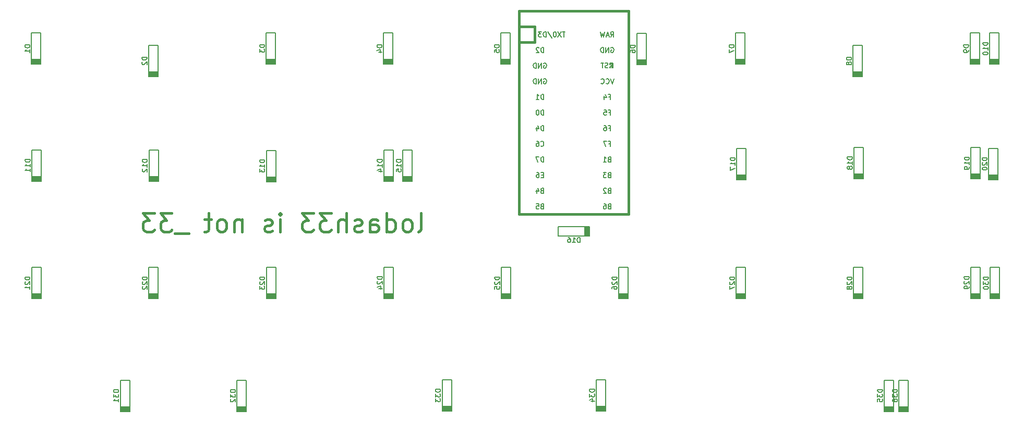
<source format=gbr>
G04 #@! TF.GenerationSoftware,KiCad,Pcbnew,(5.1.4-0-10_14)*
G04 #@! TF.CreationDate,2020-10-15T15:35:28-05:00*
G04 #@! TF.ProjectId,33,33332e6b-6963-4616-945f-706362585858,rev?*
G04 #@! TF.SameCoordinates,Original*
G04 #@! TF.FileFunction,Legend,Bot*
G04 #@! TF.FilePolarity,Positive*
%FSLAX46Y46*%
G04 Gerber Fmt 4.6, Leading zero omitted, Abs format (unit mm)*
G04 Created by KiCad (PCBNEW (5.1.4-0-10_14)) date 2020-10-15 15:35:28*
%MOMM*%
%LPD*%
G04 APERTURE LIST*
%ADD10C,0.400000*%
%ADD11C,0.381000*%
%ADD12C,0.150000*%
G04 APERTURE END LIST*
D10*
X136896428Y-86532142D02*
X137182142Y-86389285D01*
X137325000Y-86103571D01*
X137325000Y-83532142D01*
X135325000Y-86532142D02*
X135610714Y-86389285D01*
X135753571Y-86246428D01*
X135896428Y-85960714D01*
X135896428Y-85103571D01*
X135753571Y-84817857D01*
X135610714Y-84675000D01*
X135325000Y-84532142D01*
X134896428Y-84532142D01*
X134610714Y-84675000D01*
X134467857Y-84817857D01*
X134325000Y-85103571D01*
X134325000Y-85960714D01*
X134467857Y-86246428D01*
X134610714Y-86389285D01*
X134896428Y-86532142D01*
X135325000Y-86532142D01*
X131753571Y-86532142D02*
X131753571Y-83532142D01*
X131753571Y-86389285D02*
X132039285Y-86532142D01*
X132610714Y-86532142D01*
X132896428Y-86389285D01*
X133039285Y-86246428D01*
X133182142Y-85960714D01*
X133182142Y-85103571D01*
X133039285Y-84817857D01*
X132896428Y-84675000D01*
X132610714Y-84532142D01*
X132039285Y-84532142D01*
X131753571Y-84675000D01*
X129039285Y-86532142D02*
X129039285Y-84960714D01*
X129182142Y-84675000D01*
X129467857Y-84532142D01*
X130039285Y-84532142D01*
X130325000Y-84675000D01*
X129039285Y-86389285D02*
X129325000Y-86532142D01*
X130039285Y-86532142D01*
X130325000Y-86389285D01*
X130467857Y-86103571D01*
X130467857Y-85817857D01*
X130325000Y-85532142D01*
X130039285Y-85389285D01*
X129325000Y-85389285D01*
X129039285Y-85246428D01*
X127753571Y-86389285D02*
X127467857Y-86532142D01*
X126896428Y-86532142D01*
X126610714Y-86389285D01*
X126467857Y-86103571D01*
X126467857Y-85960714D01*
X126610714Y-85675000D01*
X126896428Y-85532142D01*
X127325000Y-85532142D01*
X127610714Y-85389285D01*
X127753571Y-85103571D01*
X127753571Y-84960714D01*
X127610714Y-84675000D01*
X127325000Y-84532142D01*
X126896428Y-84532142D01*
X126610714Y-84675000D01*
X125182142Y-86532142D02*
X125182142Y-83532142D01*
X123896428Y-86532142D02*
X123896428Y-84960714D01*
X124039285Y-84675000D01*
X124325000Y-84532142D01*
X124753571Y-84532142D01*
X125039285Y-84675000D01*
X125182142Y-84817857D01*
X122753571Y-83532142D02*
X120896428Y-83532142D01*
X121896428Y-84675000D01*
X121467857Y-84675000D01*
X121182142Y-84817857D01*
X121039285Y-84960714D01*
X120896428Y-85246428D01*
X120896428Y-85960714D01*
X121039285Y-86246428D01*
X121182142Y-86389285D01*
X121467857Y-86532142D01*
X122325000Y-86532142D01*
X122610714Y-86389285D01*
X122753571Y-86246428D01*
X119896428Y-83532142D02*
X118039285Y-83532142D01*
X119039285Y-84675000D01*
X118610714Y-84675000D01*
X118325000Y-84817857D01*
X118182142Y-84960714D01*
X118039285Y-85246428D01*
X118039285Y-85960714D01*
X118182142Y-86246428D01*
X118325000Y-86389285D01*
X118610714Y-86532142D01*
X119467857Y-86532142D01*
X119753571Y-86389285D01*
X119896428Y-86246428D01*
X114467857Y-86532142D02*
X114467857Y-84532142D01*
X114467857Y-83532142D02*
X114610714Y-83675000D01*
X114467857Y-83817857D01*
X114325000Y-83675000D01*
X114467857Y-83532142D01*
X114467857Y-83817857D01*
X113182142Y-86389285D02*
X112896428Y-86532142D01*
X112325000Y-86532142D01*
X112039285Y-86389285D01*
X111896428Y-86103571D01*
X111896428Y-85960714D01*
X112039285Y-85675000D01*
X112325000Y-85532142D01*
X112753571Y-85532142D01*
X113039285Y-85389285D01*
X113182142Y-85103571D01*
X113182142Y-84960714D01*
X113039285Y-84675000D01*
X112753571Y-84532142D01*
X112325000Y-84532142D01*
X112039285Y-84675000D01*
X108325000Y-84532142D02*
X108325000Y-86532142D01*
X108325000Y-84817857D02*
X108182142Y-84675000D01*
X107896428Y-84532142D01*
X107467857Y-84532142D01*
X107182142Y-84675000D01*
X107039285Y-84960714D01*
X107039285Y-86532142D01*
X105182142Y-86532142D02*
X105467857Y-86389285D01*
X105610714Y-86246428D01*
X105753571Y-85960714D01*
X105753571Y-85103571D01*
X105610714Y-84817857D01*
X105467857Y-84675000D01*
X105182142Y-84532142D01*
X104753571Y-84532142D01*
X104467857Y-84675000D01*
X104325000Y-84817857D01*
X104182142Y-85103571D01*
X104182142Y-85960714D01*
X104325000Y-86246428D01*
X104467857Y-86389285D01*
X104753571Y-86532142D01*
X105182142Y-86532142D01*
X103325000Y-84532142D02*
X102182142Y-84532142D01*
X102896428Y-83532142D02*
X102896428Y-86103571D01*
X102753571Y-86389285D01*
X102467857Y-86532142D01*
X102182142Y-86532142D01*
X99610714Y-86817857D02*
X97325000Y-86817857D01*
X96896428Y-83532142D02*
X95039285Y-83532142D01*
X96039285Y-84675000D01*
X95610714Y-84675000D01*
X95325000Y-84817857D01*
X95182142Y-84960714D01*
X95039285Y-85246428D01*
X95039285Y-85960714D01*
X95182142Y-86246428D01*
X95325000Y-86389285D01*
X95610714Y-86532142D01*
X96467857Y-86532142D01*
X96753571Y-86389285D01*
X96896428Y-86246428D01*
X94039285Y-83532142D02*
X92182142Y-83532142D01*
X93182142Y-84675000D01*
X92753571Y-84675000D01*
X92467857Y-84817857D01*
X92325000Y-84960714D01*
X92182142Y-85246428D01*
X92182142Y-85960714D01*
X92325000Y-86246428D01*
X92467857Y-86389285D01*
X92753571Y-86532142D01*
X93610714Y-86532142D01*
X93896428Y-86389285D01*
X94039285Y-86246428D01*
D11*
X155750000Y-55750000D02*
X153210000Y-55750000D01*
X155750000Y-53210000D02*
X155750000Y-55750000D01*
D12*
G36*
X168144635Y-59499030D02*
G01*
X168144635Y-59599030D01*
X168244635Y-59599030D01*
X168244635Y-59499030D01*
X168144635Y-59499030D01*
G37*
X168144635Y-59499030D02*
X168144635Y-59599030D01*
X168244635Y-59599030D01*
X168244635Y-59499030D01*
X168144635Y-59499030D01*
G36*
X168344635Y-59099030D02*
G01*
X168344635Y-59899030D01*
X168444635Y-59899030D01*
X168444635Y-59099030D01*
X168344635Y-59099030D01*
G37*
X168344635Y-59099030D02*
X168344635Y-59899030D01*
X168444635Y-59899030D01*
X168444635Y-59099030D01*
X168344635Y-59099030D01*
G36*
X167944635Y-59699030D02*
G01*
X167944635Y-59899030D01*
X168044635Y-59899030D01*
X168044635Y-59699030D01*
X167944635Y-59699030D01*
G37*
X167944635Y-59699030D02*
X167944635Y-59899030D01*
X168044635Y-59899030D01*
X168044635Y-59699030D01*
X167944635Y-59699030D01*
G36*
X167944635Y-59099030D02*
G01*
X167944635Y-59399030D01*
X168044635Y-59399030D01*
X168044635Y-59099030D01*
X167944635Y-59099030D01*
G37*
X167944635Y-59099030D02*
X167944635Y-59399030D01*
X168044635Y-59399030D01*
X168044635Y-59099030D01*
X167944635Y-59099030D01*
G36*
X167944635Y-59099030D02*
G01*
X167944635Y-59199030D01*
X168444635Y-59199030D01*
X168444635Y-59099030D01*
X167944635Y-59099030D01*
G37*
X167944635Y-59099030D02*
X167944635Y-59199030D01*
X168444635Y-59199030D01*
X168444635Y-59099030D01*
X167944635Y-59099030D01*
D11*
X170990000Y-83690000D02*
X170990000Y-50670000D01*
X153210000Y-83690000D02*
X170990000Y-83690000D01*
X153210000Y-50670000D02*
X153210000Y-83690000D01*
X170990000Y-50670000D02*
X153210000Y-50670000D01*
X155750000Y-53210000D02*
X153210000Y-53210000D01*
D12*
X214913000Y-110635000D02*
X214913000Y-115715000D01*
X214913000Y-115715000D02*
X216437000Y-115715000D01*
X216437000Y-115715000D02*
X216437000Y-110635000D01*
X216437000Y-110635000D02*
X214913000Y-110635000D01*
X214913000Y-115334000D02*
X216437000Y-115334000D01*
X216437000Y-115461000D02*
X214913000Y-115461000D01*
X214913000Y-115588000D02*
X216437000Y-115588000D01*
X216437000Y-115207000D02*
X214913000Y-115207000D01*
X214913000Y-115080000D02*
X216437000Y-115080000D01*
X214913000Y-114953000D02*
X216437000Y-114953000D01*
X212513000Y-110635000D02*
X212513000Y-115715000D01*
X212513000Y-115715000D02*
X214037000Y-115715000D01*
X214037000Y-115715000D02*
X214037000Y-110635000D01*
X214037000Y-110635000D02*
X212513000Y-110635000D01*
X212513000Y-115334000D02*
X214037000Y-115334000D01*
X214037000Y-115461000D02*
X212513000Y-115461000D01*
X212513000Y-115588000D02*
X214037000Y-115588000D01*
X214037000Y-115207000D02*
X212513000Y-115207000D01*
X212513000Y-115080000D02*
X214037000Y-115080000D01*
X212513000Y-114953000D02*
X214037000Y-114953000D01*
X165763000Y-110610000D02*
X165763000Y-115690000D01*
X165763000Y-115690000D02*
X167287000Y-115690000D01*
X167287000Y-115690000D02*
X167287000Y-110610000D01*
X167287000Y-110610000D02*
X165763000Y-110610000D01*
X165763000Y-115309000D02*
X167287000Y-115309000D01*
X167287000Y-115436000D02*
X165763000Y-115436000D01*
X165763000Y-115563000D02*
X167287000Y-115563000D01*
X167287000Y-115182000D02*
X165763000Y-115182000D01*
X165763000Y-115055000D02*
X167287000Y-115055000D01*
X165763000Y-114928000D02*
X167287000Y-114928000D01*
X140763000Y-110610000D02*
X140763000Y-115690000D01*
X140763000Y-115690000D02*
X142287000Y-115690000D01*
X142287000Y-115690000D02*
X142287000Y-110610000D01*
X142287000Y-110610000D02*
X140763000Y-110610000D01*
X140763000Y-115309000D02*
X142287000Y-115309000D01*
X142287000Y-115436000D02*
X140763000Y-115436000D01*
X140763000Y-115563000D02*
X142287000Y-115563000D01*
X142287000Y-115182000D02*
X140763000Y-115182000D01*
X140763000Y-115055000D02*
X142287000Y-115055000D01*
X140763000Y-114928000D02*
X142287000Y-114928000D01*
X107463000Y-110660000D02*
X107463000Y-115740000D01*
X107463000Y-115740000D02*
X108987000Y-115740000D01*
X108987000Y-115740000D02*
X108987000Y-110660000D01*
X108987000Y-110660000D02*
X107463000Y-110660000D01*
X107463000Y-115359000D02*
X108987000Y-115359000D01*
X108987000Y-115486000D02*
X107463000Y-115486000D01*
X107463000Y-115613000D02*
X108987000Y-115613000D01*
X108987000Y-115232000D02*
X107463000Y-115232000D01*
X107463000Y-115105000D02*
X108987000Y-115105000D01*
X107463000Y-114978000D02*
X108987000Y-114978000D01*
X88538000Y-110660000D02*
X88538000Y-115740000D01*
X88538000Y-115740000D02*
X90062000Y-115740000D01*
X90062000Y-115740000D02*
X90062000Y-110660000D01*
X90062000Y-110660000D02*
X88538000Y-110660000D01*
X88538000Y-115359000D02*
X90062000Y-115359000D01*
X90062000Y-115486000D02*
X88538000Y-115486000D01*
X88538000Y-115613000D02*
X90062000Y-115613000D01*
X90062000Y-115232000D02*
X88538000Y-115232000D01*
X88538000Y-115105000D02*
X90062000Y-115105000D01*
X88538000Y-114978000D02*
X90062000Y-114978000D01*
X229688000Y-92335000D02*
X229688000Y-97415000D01*
X229688000Y-97415000D02*
X231212000Y-97415000D01*
X231212000Y-97415000D02*
X231212000Y-92335000D01*
X231212000Y-92335000D02*
X229688000Y-92335000D01*
X229688000Y-97034000D02*
X231212000Y-97034000D01*
X231212000Y-97161000D02*
X229688000Y-97161000D01*
X229688000Y-97288000D02*
X231212000Y-97288000D01*
X231212000Y-96907000D02*
X229688000Y-96907000D01*
X229688000Y-96780000D02*
X231212000Y-96780000D01*
X229688000Y-96653000D02*
X231212000Y-96653000D01*
X226563000Y-92285000D02*
X226563000Y-97365000D01*
X226563000Y-97365000D02*
X228087000Y-97365000D01*
X228087000Y-97365000D02*
X228087000Y-92285000D01*
X228087000Y-92285000D02*
X226563000Y-92285000D01*
X226563000Y-96984000D02*
X228087000Y-96984000D01*
X228087000Y-97111000D02*
X226563000Y-97111000D01*
X226563000Y-97238000D02*
X228087000Y-97238000D01*
X228087000Y-96857000D02*
X226563000Y-96857000D01*
X226563000Y-96730000D02*
X228087000Y-96730000D01*
X226563000Y-96603000D02*
X228087000Y-96603000D01*
X207538000Y-92335000D02*
X207538000Y-97415000D01*
X207538000Y-97415000D02*
X209062000Y-97415000D01*
X209062000Y-97415000D02*
X209062000Y-92335000D01*
X209062000Y-92335000D02*
X207538000Y-92335000D01*
X207538000Y-97034000D02*
X209062000Y-97034000D01*
X209062000Y-97161000D02*
X207538000Y-97161000D01*
X207538000Y-97288000D02*
X209062000Y-97288000D01*
X209062000Y-96907000D02*
X207538000Y-96907000D01*
X207538000Y-96780000D02*
X209062000Y-96780000D01*
X207538000Y-96653000D02*
X209062000Y-96653000D01*
X188488000Y-92335000D02*
X188488000Y-97415000D01*
X188488000Y-97415000D02*
X190012000Y-97415000D01*
X190012000Y-97415000D02*
X190012000Y-92335000D01*
X190012000Y-92335000D02*
X188488000Y-92335000D01*
X188488000Y-97034000D02*
X190012000Y-97034000D01*
X190012000Y-97161000D02*
X188488000Y-97161000D01*
X188488000Y-97288000D02*
X190012000Y-97288000D01*
X190012000Y-96907000D02*
X188488000Y-96907000D01*
X188488000Y-96780000D02*
X190012000Y-96780000D01*
X188488000Y-96653000D02*
X190012000Y-96653000D01*
X169413000Y-92335000D02*
X169413000Y-97415000D01*
X169413000Y-97415000D02*
X170937000Y-97415000D01*
X170937000Y-97415000D02*
X170937000Y-92335000D01*
X170937000Y-92335000D02*
X169413000Y-92335000D01*
X169413000Y-97034000D02*
X170937000Y-97034000D01*
X170937000Y-97161000D02*
X169413000Y-97161000D01*
X169413000Y-97288000D02*
X170937000Y-97288000D01*
X170937000Y-96907000D02*
X169413000Y-96907000D01*
X169413000Y-96780000D02*
X170937000Y-96780000D01*
X169413000Y-96653000D02*
X170937000Y-96653000D01*
X150363000Y-92335000D02*
X150363000Y-97415000D01*
X150363000Y-97415000D02*
X151887000Y-97415000D01*
X151887000Y-97415000D02*
X151887000Y-92335000D01*
X151887000Y-92335000D02*
X150363000Y-92335000D01*
X150363000Y-97034000D02*
X151887000Y-97034000D01*
X151887000Y-97161000D02*
X150363000Y-97161000D01*
X150363000Y-97288000D02*
X151887000Y-97288000D01*
X151887000Y-96907000D02*
X150363000Y-96907000D01*
X150363000Y-96780000D02*
X151887000Y-96780000D01*
X150363000Y-96653000D02*
X151887000Y-96653000D01*
X131313000Y-92285000D02*
X131313000Y-97365000D01*
X131313000Y-97365000D02*
X132837000Y-97365000D01*
X132837000Y-97365000D02*
X132837000Y-92285000D01*
X132837000Y-92285000D02*
X131313000Y-92285000D01*
X131313000Y-96984000D02*
X132837000Y-96984000D01*
X132837000Y-97111000D02*
X131313000Y-97111000D01*
X131313000Y-97238000D02*
X132837000Y-97238000D01*
X132837000Y-96857000D02*
X131313000Y-96857000D01*
X131313000Y-96730000D02*
X132837000Y-96730000D01*
X131313000Y-96603000D02*
X132837000Y-96603000D01*
X112238000Y-92335000D02*
X112238000Y-97415000D01*
X112238000Y-97415000D02*
X113762000Y-97415000D01*
X113762000Y-97415000D02*
X113762000Y-92335000D01*
X113762000Y-92335000D02*
X112238000Y-92335000D01*
X112238000Y-97034000D02*
X113762000Y-97034000D01*
X113762000Y-97161000D02*
X112238000Y-97161000D01*
X112238000Y-97288000D02*
X113762000Y-97288000D01*
X113762000Y-96907000D02*
X112238000Y-96907000D01*
X112238000Y-96780000D02*
X113762000Y-96780000D01*
X112238000Y-96653000D02*
X113762000Y-96653000D01*
X93163000Y-92335000D02*
X93163000Y-97415000D01*
X93163000Y-97415000D02*
X94687000Y-97415000D01*
X94687000Y-97415000D02*
X94687000Y-92335000D01*
X94687000Y-92335000D02*
X93163000Y-92335000D01*
X93163000Y-97034000D02*
X94687000Y-97034000D01*
X94687000Y-97161000D02*
X93163000Y-97161000D01*
X93163000Y-97288000D02*
X94687000Y-97288000D01*
X94687000Y-96907000D02*
X93163000Y-96907000D01*
X93163000Y-96780000D02*
X94687000Y-96780000D01*
X93163000Y-96653000D02*
X94687000Y-96653000D01*
X74138000Y-92335000D02*
X74138000Y-97415000D01*
X74138000Y-97415000D02*
X75662000Y-97415000D01*
X75662000Y-97415000D02*
X75662000Y-92335000D01*
X75662000Y-92335000D02*
X74138000Y-92335000D01*
X74138000Y-97034000D02*
X75662000Y-97034000D01*
X75662000Y-97161000D02*
X74138000Y-97161000D01*
X74138000Y-97288000D02*
X75662000Y-97288000D01*
X75662000Y-96907000D02*
X74138000Y-96907000D01*
X74138000Y-96780000D02*
X75662000Y-96780000D01*
X74138000Y-96653000D02*
X75662000Y-96653000D01*
X229488000Y-72960000D02*
X229488000Y-78040000D01*
X229488000Y-78040000D02*
X231012000Y-78040000D01*
X231012000Y-78040000D02*
X231012000Y-72960000D01*
X231012000Y-72960000D02*
X229488000Y-72960000D01*
X229488000Y-77659000D02*
X231012000Y-77659000D01*
X231012000Y-77786000D02*
X229488000Y-77786000D01*
X229488000Y-77913000D02*
X231012000Y-77913000D01*
X231012000Y-77532000D02*
X229488000Y-77532000D01*
X229488000Y-77405000D02*
X231012000Y-77405000D01*
X229488000Y-77278000D02*
X231012000Y-77278000D01*
X226588000Y-72860000D02*
X226588000Y-77940000D01*
X226588000Y-77940000D02*
X228112000Y-77940000D01*
X228112000Y-77940000D02*
X228112000Y-72860000D01*
X228112000Y-72860000D02*
X226588000Y-72860000D01*
X226588000Y-77559000D02*
X228112000Y-77559000D01*
X228112000Y-77686000D02*
X226588000Y-77686000D01*
X226588000Y-77813000D02*
X228112000Y-77813000D01*
X228112000Y-77432000D02*
X226588000Y-77432000D01*
X226588000Y-77305000D02*
X228112000Y-77305000D01*
X226588000Y-77178000D02*
X228112000Y-77178000D01*
X207613000Y-72835000D02*
X207613000Y-77915000D01*
X207613000Y-77915000D02*
X209137000Y-77915000D01*
X209137000Y-77915000D02*
X209137000Y-72835000D01*
X209137000Y-72835000D02*
X207613000Y-72835000D01*
X207613000Y-77534000D02*
X209137000Y-77534000D01*
X209137000Y-77661000D02*
X207613000Y-77661000D01*
X207613000Y-77788000D02*
X209137000Y-77788000D01*
X209137000Y-77407000D02*
X207613000Y-77407000D01*
X207613000Y-77280000D02*
X209137000Y-77280000D01*
X207613000Y-77153000D02*
X209137000Y-77153000D01*
X188588000Y-72960000D02*
X188588000Y-78040000D01*
X188588000Y-78040000D02*
X190112000Y-78040000D01*
X190112000Y-78040000D02*
X190112000Y-72960000D01*
X190112000Y-72960000D02*
X188588000Y-72960000D01*
X188588000Y-77659000D02*
X190112000Y-77659000D01*
X190112000Y-77786000D02*
X188588000Y-77786000D01*
X188588000Y-77913000D02*
X190112000Y-77913000D01*
X190112000Y-77532000D02*
X188588000Y-77532000D01*
X188588000Y-77405000D02*
X190112000Y-77405000D01*
X188588000Y-77278000D02*
X190112000Y-77278000D01*
X159635000Y-87262000D02*
X164715000Y-87262000D01*
X164715000Y-87262000D02*
X164715000Y-85738000D01*
X164715000Y-85738000D02*
X159635000Y-85738000D01*
X159635000Y-85738000D02*
X159635000Y-87262000D01*
X164334000Y-87262000D02*
X164334000Y-85738000D01*
X164461000Y-85738000D02*
X164461000Y-87262000D01*
X164588000Y-87262000D02*
X164588000Y-85738000D01*
X164207000Y-85738000D02*
X164207000Y-87262000D01*
X164080000Y-87262000D02*
X164080000Y-85738000D01*
X163953000Y-87262000D02*
X163953000Y-85738000D01*
X134388000Y-73260000D02*
X134388000Y-78340000D01*
X134388000Y-78340000D02*
X135912000Y-78340000D01*
X135912000Y-78340000D02*
X135912000Y-73260000D01*
X135912000Y-73260000D02*
X134388000Y-73260000D01*
X134388000Y-77959000D02*
X135912000Y-77959000D01*
X135912000Y-78086000D02*
X134388000Y-78086000D01*
X134388000Y-78213000D02*
X135912000Y-78213000D01*
X135912000Y-77832000D02*
X134388000Y-77832000D01*
X134388000Y-77705000D02*
X135912000Y-77705000D01*
X134388000Y-77578000D02*
X135912000Y-77578000D01*
X131313000Y-73260000D02*
X131313000Y-78340000D01*
X131313000Y-78340000D02*
X132837000Y-78340000D01*
X132837000Y-78340000D02*
X132837000Y-73260000D01*
X132837000Y-73260000D02*
X131313000Y-73260000D01*
X131313000Y-77959000D02*
X132837000Y-77959000D01*
X132837000Y-78086000D02*
X131313000Y-78086000D01*
X131313000Y-78213000D02*
X132837000Y-78213000D01*
X132837000Y-77832000D02*
X131313000Y-77832000D01*
X131313000Y-77705000D02*
X132837000Y-77705000D01*
X131313000Y-77578000D02*
X132837000Y-77578000D01*
X112238000Y-73310000D02*
X112238000Y-78390000D01*
X112238000Y-78390000D02*
X113762000Y-78390000D01*
X113762000Y-78390000D02*
X113762000Y-73310000D01*
X113762000Y-73310000D02*
X112238000Y-73310000D01*
X112238000Y-78009000D02*
X113762000Y-78009000D01*
X113762000Y-78136000D02*
X112238000Y-78136000D01*
X112238000Y-78263000D02*
X113762000Y-78263000D01*
X113762000Y-77882000D02*
X112238000Y-77882000D01*
X112238000Y-77755000D02*
X113762000Y-77755000D01*
X112238000Y-77628000D02*
X113762000Y-77628000D01*
X93188000Y-73260000D02*
X93188000Y-78340000D01*
X93188000Y-78340000D02*
X94712000Y-78340000D01*
X94712000Y-78340000D02*
X94712000Y-73260000D01*
X94712000Y-73260000D02*
X93188000Y-73260000D01*
X93188000Y-77959000D02*
X94712000Y-77959000D01*
X94712000Y-78086000D02*
X93188000Y-78086000D01*
X93188000Y-78213000D02*
X94712000Y-78213000D01*
X94712000Y-77832000D02*
X93188000Y-77832000D01*
X93188000Y-77705000D02*
X94712000Y-77705000D01*
X93188000Y-77578000D02*
X94712000Y-77578000D01*
X74163000Y-73235000D02*
X74163000Y-78315000D01*
X74163000Y-78315000D02*
X75687000Y-78315000D01*
X75687000Y-78315000D02*
X75687000Y-73235000D01*
X75687000Y-73235000D02*
X74163000Y-73235000D01*
X74163000Y-77934000D02*
X75687000Y-77934000D01*
X75687000Y-78061000D02*
X74163000Y-78061000D01*
X74163000Y-78188000D02*
X75687000Y-78188000D01*
X75687000Y-77807000D02*
X74163000Y-77807000D01*
X74163000Y-77680000D02*
X75687000Y-77680000D01*
X74163000Y-77553000D02*
X75687000Y-77553000D01*
X229613000Y-54235000D02*
X229613000Y-59315000D01*
X229613000Y-59315000D02*
X231137000Y-59315000D01*
X231137000Y-59315000D02*
X231137000Y-54235000D01*
X231137000Y-54235000D02*
X229613000Y-54235000D01*
X229613000Y-58934000D02*
X231137000Y-58934000D01*
X231137000Y-59061000D02*
X229613000Y-59061000D01*
X229613000Y-59188000D02*
X231137000Y-59188000D01*
X231137000Y-58807000D02*
X229613000Y-58807000D01*
X229613000Y-58680000D02*
X231137000Y-58680000D01*
X229613000Y-58553000D02*
X231137000Y-58553000D01*
X226488000Y-54235000D02*
X226488000Y-59315000D01*
X226488000Y-59315000D02*
X228012000Y-59315000D01*
X228012000Y-59315000D02*
X228012000Y-54235000D01*
X228012000Y-54235000D02*
X226488000Y-54235000D01*
X226488000Y-58934000D02*
X228012000Y-58934000D01*
X228012000Y-59061000D02*
X226488000Y-59061000D01*
X226488000Y-59188000D02*
X228012000Y-59188000D01*
X228012000Y-58807000D02*
X226488000Y-58807000D01*
X226488000Y-58680000D02*
X228012000Y-58680000D01*
X226488000Y-58553000D02*
X228012000Y-58553000D01*
X207463000Y-56260000D02*
X207463000Y-61340000D01*
X207463000Y-61340000D02*
X208987000Y-61340000D01*
X208987000Y-61340000D02*
X208987000Y-56260000D01*
X208987000Y-56260000D02*
X207463000Y-56260000D01*
X207463000Y-60959000D02*
X208987000Y-60959000D01*
X208987000Y-61086000D02*
X207463000Y-61086000D01*
X207463000Y-61213000D02*
X208987000Y-61213000D01*
X208987000Y-60832000D02*
X207463000Y-60832000D01*
X207463000Y-60705000D02*
X208987000Y-60705000D01*
X207463000Y-60578000D02*
X208987000Y-60578000D01*
X188413000Y-54235000D02*
X188413000Y-59315000D01*
X188413000Y-59315000D02*
X189937000Y-59315000D01*
X189937000Y-59315000D02*
X189937000Y-54235000D01*
X189937000Y-54235000D02*
X188413000Y-54235000D01*
X188413000Y-58934000D02*
X189937000Y-58934000D01*
X189937000Y-59061000D02*
X188413000Y-59061000D01*
X188413000Y-59188000D02*
X189937000Y-59188000D01*
X189937000Y-58807000D02*
X188413000Y-58807000D01*
X188413000Y-58680000D02*
X189937000Y-58680000D01*
X188413000Y-58553000D02*
X189937000Y-58553000D01*
X172363000Y-54285000D02*
X172363000Y-59365000D01*
X172363000Y-59365000D02*
X173887000Y-59365000D01*
X173887000Y-59365000D02*
X173887000Y-54285000D01*
X173887000Y-54285000D02*
X172363000Y-54285000D01*
X172363000Y-58984000D02*
X173887000Y-58984000D01*
X173887000Y-59111000D02*
X172363000Y-59111000D01*
X172363000Y-59238000D02*
X173887000Y-59238000D01*
X173887000Y-58857000D02*
X172363000Y-58857000D01*
X172363000Y-58730000D02*
X173887000Y-58730000D01*
X172363000Y-58603000D02*
X173887000Y-58603000D01*
X150313000Y-54235000D02*
X150313000Y-59315000D01*
X150313000Y-59315000D02*
X151837000Y-59315000D01*
X151837000Y-59315000D02*
X151837000Y-54235000D01*
X151837000Y-54235000D02*
X150313000Y-54235000D01*
X150313000Y-58934000D02*
X151837000Y-58934000D01*
X151837000Y-59061000D02*
X150313000Y-59061000D01*
X150313000Y-59188000D02*
X151837000Y-59188000D01*
X151837000Y-58807000D02*
X150313000Y-58807000D01*
X150313000Y-58680000D02*
X151837000Y-58680000D01*
X150313000Y-58553000D02*
X151837000Y-58553000D01*
X131263000Y-54235000D02*
X131263000Y-59315000D01*
X131263000Y-59315000D02*
X132787000Y-59315000D01*
X132787000Y-59315000D02*
X132787000Y-54235000D01*
X132787000Y-54235000D02*
X131263000Y-54235000D01*
X131263000Y-58934000D02*
X132787000Y-58934000D01*
X132787000Y-59061000D02*
X131263000Y-59061000D01*
X131263000Y-59188000D02*
X132787000Y-59188000D01*
X132787000Y-58807000D02*
X131263000Y-58807000D01*
X131263000Y-58680000D02*
X132787000Y-58680000D01*
X131263000Y-58553000D02*
X132787000Y-58553000D01*
X112213000Y-54210000D02*
X112213000Y-59290000D01*
X112213000Y-59290000D02*
X113737000Y-59290000D01*
X113737000Y-59290000D02*
X113737000Y-54210000D01*
X113737000Y-54210000D02*
X112213000Y-54210000D01*
X112213000Y-58909000D02*
X113737000Y-58909000D01*
X113737000Y-59036000D02*
X112213000Y-59036000D01*
X112213000Y-59163000D02*
X113737000Y-59163000D01*
X113737000Y-58782000D02*
X112213000Y-58782000D01*
X112213000Y-58655000D02*
X113737000Y-58655000D01*
X112213000Y-58528000D02*
X113737000Y-58528000D01*
X93113000Y-56235000D02*
X93113000Y-61315000D01*
X93113000Y-61315000D02*
X94637000Y-61315000D01*
X94637000Y-61315000D02*
X94637000Y-56235000D01*
X94637000Y-56235000D02*
X93113000Y-56235000D01*
X93113000Y-60934000D02*
X94637000Y-60934000D01*
X94637000Y-61061000D02*
X93113000Y-61061000D01*
X93113000Y-61188000D02*
X94637000Y-61188000D01*
X94637000Y-60807000D02*
X93113000Y-60807000D01*
X93113000Y-60680000D02*
X94637000Y-60680000D01*
X93113000Y-60553000D02*
X94637000Y-60553000D01*
X74113000Y-54235000D02*
X74113000Y-59315000D01*
X74113000Y-59315000D02*
X75637000Y-59315000D01*
X75637000Y-59315000D02*
X75637000Y-54235000D01*
X75637000Y-54235000D02*
X74113000Y-54235000D01*
X74113000Y-58934000D02*
X75637000Y-58934000D01*
X75637000Y-59061000D02*
X74113000Y-59061000D01*
X74113000Y-59188000D02*
X75637000Y-59188000D01*
X75637000Y-58807000D02*
X74113000Y-58807000D01*
X74113000Y-58680000D02*
X75637000Y-58680000D01*
X74113000Y-58553000D02*
X75637000Y-58553000D01*
X157229476Y-57381904D02*
X157229476Y-56581904D01*
X157039000Y-56581904D01*
X156924714Y-56620000D01*
X156848523Y-56696190D01*
X156810428Y-56772380D01*
X156772333Y-56924761D01*
X156772333Y-57039047D01*
X156810428Y-57191428D01*
X156848523Y-57267619D01*
X156924714Y-57343809D01*
X157039000Y-57381904D01*
X157229476Y-57381904D01*
X156467571Y-56658095D02*
X156429476Y-56620000D01*
X156353285Y-56581904D01*
X156162809Y-56581904D01*
X156086619Y-56620000D01*
X156048523Y-56658095D01*
X156010428Y-56734285D01*
X156010428Y-56810476D01*
X156048523Y-56924761D01*
X156505666Y-57381904D01*
X156010428Y-57381904D01*
X157229476Y-67541904D02*
X157229476Y-66741904D01*
X157039000Y-66741904D01*
X156924714Y-66780000D01*
X156848523Y-66856190D01*
X156810428Y-66932380D01*
X156772333Y-67084761D01*
X156772333Y-67199047D01*
X156810428Y-67351428D01*
X156848523Y-67427619D01*
X156924714Y-67503809D01*
X157039000Y-67541904D01*
X157229476Y-67541904D01*
X156277095Y-66741904D02*
X156200904Y-66741904D01*
X156124714Y-66780000D01*
X156086619Y-66818095D01*
X156048523Y-66894285D01*
X156010428Y-67046666D01*
X156010428Y-67237142D01*
X156048523Y-67389523D01*
X156086619Y-67465714D01*
X156124714Y-67503809D01*
X156200904Y-67541904D01*
X156277095Y-67541904D01*
X156353285Y-67503809D01*
X156391380Y-67465714D01*
X156429476Y-67389523D01*
X156467571Y-67237142D01*
X156467571Y-67046666D01*
X156429476Y-66894285D01*
X156391380Y-66818095D01*
X156353285Y-66780000D01*
X156277095Y-66741904D01*
X157229476Y-65001904D02*
X157229476Y-64201904D01*
X157039000Y-64201904D01*
X156924714Y-64240000D01*
X156848523Y-64316190D01*
X156810428Y-64392380D01*
X156772333Y-64544761D01*
X156772333Y-64659047D01*
X156810428Y-64811428D01*
X156848523Y-64887619D01*
X156924714Y-64963809D01*
X157039000Y-65001904D01*
X157229476Y-65001904D01*
X156010428Y-65001904D02*
X156467571Y-65001904D01*
X156239000Y-65001904D02*
X156239000Y-64201904D01*
X156315190Y-64316190D01*
X156391380Y-64392380D01*
X156467571Y-64430476D01*
X157248523Y-61700000D02*
X157324714Y-61661904D01*
X157439000Y-61661904D01*
X157553285Y-61700000D01*
X157629476Y-61776190D01*
X157667571Y-61852380D01*
X157705666Y-62004761D01*
X157705666Y-62119047D01*
X157667571Y-62271428D01*
X157629476Y-62347619D01*
X157553285Y-62423809D01*
X157439000Y-62461904D01*
X157362809Y-62461904D01*
X157248523Y-62423809D01*
X157210428Y-62385714D01*
X157210428Y-62119047D01*
X157362809Y-62119047D01*
X156867571Y-62461904D02*
X156867571Y-61661904D01*
X156410428Y-62461904D01*
X156410428Y-61661904D01*
X156029476Y-62461904D02*
X156029476Y-61661904D01*
X155839000Y-61661904D01*
X155724714Y-61700000D01*
X155648523Y-61776190D01*
X155610428Y-61852380D01*
X155572333Y-62004761D01*
X155572333Y-62119047D01*
X155610428Y-62271428D01*
X155648523Y-62347619D01*
X155724714Y-62423809D01*
X155839000Y-62461904D01*
X156029476Y-62461904D01*
X157248523Y-59160000D02*
X157324714Y-59121904D01*
X157439000Y-59121904D01*
X157553285Y-59160000D01*
X157629476Y-59236190D01*
X157667571Y-59312380D01*
X157705666Y-59464761D01*
X157705666Y-59579047D01*
X157667571Y-59731428D01*
X157629476Y-59807619D01*
X157553285Y-59883809D01*
X157439000Y-59921904D01*
X157362809Y-59921904D01*
X157248523Y-59883809D01*
X157210428Y-59845714D01*
X157210428Y-59579047D01*
X157362809Y-59579047D01*
X156867571Y-59921904D02*
X156867571Y-59121904D01*
X156410428Y-59921904D01*
X156410428Y-59121904D01*
X156029476Y-59921904D02*
X156029476Y-59121904D01*
X155839000Y-59121904D01*
X155724714Y-59160000D01*
X155648523Y-59236190D01*
X155610428Y-59312380D01*
X155572333Y-59464761D01*
X155572333Y-59579047D01*
X155610428Y-59731428D01*
X155648523Y-59807619D01*
X155724714Y-59883809D01*
X155839000Y-59921904D01*
X156029476Y-59921904D01*
X157229476Y-70081904D02*
X157229476Y-69281904D01*
X157039000Y-69281904D01*
X156924714Y-69320000D01*
X156848523Y-69396190D01*
X156810428Y-69472380D01*
X156772333Y-69624761D01*
X156772333Y-69739047D01*
X156810428Y-69891428D01*
X156848523Y-69967619D01*
X156924714Y-70043809D01*
X157039000Y-70081904D01*
X157229476Y-70081904D01*
X156086619Y-69548571D02*
X156086619Y-70081904D01*
X156277095Y-69243809D02*
X156467571Y-69815238D01*
X155972333Y-69815238D01*
X156772333Y-72545714D02*
X156810428Y-72583809D01*
X156924714Y-72621904D01*
X157000904Y-72621904D01*
X157115190Y-72583809D01*
X157191380Y-72507619D01*
X157229476Y-72431428D01*
X157267571Y-72279047D01*
X157267571Y-72164761D01*
X157229476Y-72012380D01*
X157191380Y-71936190D01*
X157115190Y-71860000D01*
X157000904Y-71821904D01*
X156924714Y-71821904D01*
X156810428Y-71860000D01*
X156772333Y-71898095D01*
X156086619Y-71821904D02*
X156239000Y-71821904D01*
X156315190Y-71860000D01*
X156353285Y-71898095D01*
X156429476Y-72012380D01*
X156467571Y-72164761D01*
X156467571Y-72469523D01*
X156429476Y-72545714D01*
X156391380Y-72583809D01*
X156315190Y-72621904D01*
X156162809Y-72621904D01*
X156086619Y-72583809D01*
X156048523Y-72545714D01*
X156010428Y-72469523D01*
X156010428Y-72279047D01*
X156048523Y-72202857D01*
X156086619Y-72164761D01*
X156162809Y-72126666D01*
X156315190Y-72126666D01*
X156391380Y-72164761D01*
X156429476Y-72202857D01*
X156467571Y-72279047D01*
X157229476Y-75161904D02*
X157229476Y-74361904D01*
X157039000Y-74361904D01*
X156924714Y-74400000D01*
X156848523Y-74476190D01*
X156810428Y-74552380D01*
X156772333Y-74704761D01*
X156772333Y-74819047D01*
X156810428Y-74971428D01*
X156848523Y-75047619D01*
X156924714Y-75123809D01*
X157039000Y-75161904D01*
X157229476Y-75161904D01*
X156505666Y-74361904D02*
X155972333Y-74361904D01*
X156315190Y-75161904D01*
X157191380Y-77282857D02*
X156924714Y-77282857D01*
X156810428Y-77701904D02*
X157191380Y-77701904D01*
X157191380Y-76901904D01*
X156810428Y-76901904D01*
X156124714Y-76901904D02*
X156277095Y-76901904D01*
X156353285Y-76940000D01*
X156391380Y-76978095D01*
X156467571Y-77092380D01*
X156505666Y-77244761D01*
X156505666Y-77549523D01*
X156467571Y-77625714D01*
X156429476Y-77663809D01*
X156353285Y-77701904D01*
X156200904Y-77701904D01*
X156124714Y-77663809D01*
X156086619Y-77625714D01*
X156048523Y-77549523D01*
X156048523Y-77359047D01*
X156086619Y-77282857D01*
X156124714Y-77244761D01*
X156200904Y-77206666D01*
X156353285Y-77206666D01*
X156429476Y-77244761D01*
X156467571Y-77282857D01*
X156505666Y-77359047D01*
X156962809Y-79822857D02*
X156848523Y-79860952D01*
X156810428Y-79899047D01*
X156772333Y-79975238D01*
X156772333Y-80089523D01*
X156810428Y-80165714D01*
X156848523Y-80203809D01*
X156924714Y-80241904D01*
X157229476Y-80241904D01*
X157229476Y-79441904D01*
X156962809Y-79441904D01*
X156886619Y-79480000D01*
X156848523Y-79518095D01*
X156810428Y-79594285D01*
X156810428Y-79670476D01*
X156848523Y-79746666D01*
X156886619Y-79784761D01*
X156962809Y-79822857D01*
X157229476Y-79822857D01*
X156086619Y-79708571D02*
X156086619Y-80241904D01*
X156277095Y-79403809D02*
X156467571Y-79975238D01*
X155972333Y-79975238D01*
X156962809Y-82362857D02*
X156848523Y-82400952D01*
X156810428Y-82439047D01*
X156772333Y-82515238D01*
X156772333Y-82629523D01*
X156810428Y-82705714D01*
X156848523Y-82743809D01*
X156924714Y-82781904D01*
X157229476Y-82781904D01*
X157229476Y-81981904D01*
X156962809Y-81981904D01*
X156886619Y-82020000D01*
X156848523Y-82058095D01*
X156810428Y-82134285D01*
X156810428Y-82210476D01*
X156848523Y-82286666D01*
X156886619Y-82324761D01*
X156962809Y-82362857D01*
X157229476Y-82362857D01*
X156048523Y-81981904D02*
X156429476Y-81981904D01*
X156467571Y-82362857D01*
X156429476Y-82324761D01*
X156353285Y-82286666D01*
X156162809Y-82286666D01*
X156086619Y-82324761D01*
X156048523Y-82362857D01*
X156010428Y-82439047D01*
X156010428Y-82629523D01*
X156048523Y-82705714D01*
X156086619Y-82743809D01*
X156162809Y-82781904D01*
X156353285Y-82781904D01*
X156429476Y-82743809D01*
X156467571Y-82705714D01*
X167884809Y-82362857D02*
X167770523Y-82400952D01*
X167732428Y-82439047D01*
X167694333Y-82515238D01*
X167694333Y-82629523D01*
X167732428Y-82705714D01*
X167770523Y-82743809D01*
X167846714Y-82781904D01*
X168151476Y-82781904D01*
X168151476Y-81981904D01*
X167884809Y-81981904D01*
X167808619Y-82020000D01*
X167770523Y-82058095D01*
X167732428Y-82134285D01*
X167732428Y-82210476D01*
X167770523Y-82286666D01*
X167808619Y-82324761D01*
X167884809Y-82362857D01*
X168151476Y-82362857D01*
X167008619Y-81981904D02*
X167161000Y-81981904D01*
X167237190Y-82020000D01*
X167275285Y-82058095D01*
X167351476Y-82172380D01*
X167389571Y-82324761D01*
X167389571Y-82629523D01*
X167351476Y-82705714D01*
X167313380Y-82743809D01*
X167237190Y-82781904D01*
X167084809Y-82781904D01*
X167008619Y-82743809D01*
X166970523Y-82705714D01*
X166932428Y-82629523D01*
X166932428Y-82439047D01*
X166970523Y-82362857D01*
X167008619Y-82324761D01*
X167084809Y-82286666D01*
X167237190Y-82286666D01*
X167313380Y-82324761D01*
X167351476Y-82362857D01*
X167389571Y-82439047D01*
X167884809Y-77282857D02*
X167770523Y-77320952D01*
X167732428Y-77359047D01*
X167694333Y-77435238D01*
X167694333Y-77549523D01*
X167732428Y-77625714D01*
X167770523Y-77663809D01*
X167846714Y-77701904D01*
X168151476Y-77701904D01*
X168151476Y-76901904D01*
X167884809Y-76901904D01*
X167808619Y-76940000D01*
X167770523Y-76978095D01*
X167732428Y-77054285D01*
X167732428Y-77130476D01*
X167770523Y-77206666D01*
X167808619Y-77244761D01*
X167884809Y-77282857D01*
X168151476Y-77282857D01*
X167427666Y-76901904D02*
X166932428Y-76901904D01*
X167199095Y-77206666D01*
X167084809Y-77206666D01*
X167008619Y-77244761D01*
X166970523Y-77282857D01*
X166932428Y-77359047D01*
X166932428Y-77549523D01*
X166970523Y-77625714D01*
X167008619Y-77663809D01*
X167084809Y-77701904D01*
X167313380Y-77701904D01*
X167389571Y-77663809D01*
X167427666Y-77625714D01*
X167884809Y-74742857D02*
X167770523Y-74780952D01*
X167732428Y-74819047D01*
X167694333Y-74895238D01*
X167694333Y-75009523D01*
X167732428Y-75085714D01*
X167770523Y-75123809D01*
X167846714Y-75161904D01*
X168151476Y-75161904D01*
X168151476Y-74361904D01*
X167884809Y-74361904D01*
X167808619Y-74400000D01*
X167770523Y-74438095D01*
X167732428Y-74514285D01*
X167732428Y-74590476D01*
X167770523Y-74666666D01*
X167808619Y-74704761D01*
X167884809Y-74742857D01*
X168151476Y-74742857D01*
X166932428Y-75161904D02*
X167389571Y-75161904D01*
X167161000Y-75161904D02*
X167161000Y-74361904D01*
X167237190Y-74476190D01*
X167313380Y-74552380D01*
X167389571Y-74590476D01*
X167827666Y-64582857D02*
X168094333Y-64582857D01*
X168094333Y-65001904D02*
X168094333Y-64201904D01*
X167713380Y-64201904D01*
X167065761Y-64468571D02*
X167065761Y-65001904D01*
X167256238Y-64163809D02*
X167446714Y-64735238D01*
X166951476Y-64735238D01*
X168627666Y-61661904D02*
X168361000Y-62461904D01*
X168094333Y-61661904D01*
X167370523Y-62385714D02*
X167408619Y-62423809D01*
X167522904Y-62461904D01*
X167599095Y-62461904D01*
X167713380Y-62423809D01*
X167789571Y-62347619D01*
X167827666Y-62271428D01*
X167865761Y-62119047D01*
X167865761Y-62004761D01*
X167827666Y-61852380D01*
X167789571Y-61776190D01*
X167713380Y-61700000D01*
X167599095Y-61661904D01*
X167522904Y-61661904D01*
X167408619Y-61700000D01*
X167370523Y-61738095D01*
X166570523Y-62385714D02*
X166608619Y-62423809D01*
X166722904Y-62461904D01*
X166799095Y-62461904D01*
X166913380Y-62423809D01*
X166989571Y-62347619D01*
X167027666Y-62271428D01*
X167065761Y-62119047D01*
X167065761Y-62004761D01*
X167027666Y-61852380D01*
X166989571Y-61776190D01*
X166913380Y-61700000D01*
X166799095Y-61661904D01*
X166722904Y-61661904D01*
X166608619Y-61700000D01*
X166570523Y-61738095D01*
X168170523Y-56620000D02*
X168246714Y-56581904D01*
X168361000Y-56581904D01*
X168475285Y-56620000D01*
X168551476Y-56696190D01*
X168589571Y-56772380D01*
X168627666Y-56924761D01*
X168627666Y-57039047D01*
X168589571Y-57191428D01*
X168551476Y-57267619D01*
X168475285Y-57343809D01*
X168361000Y-57381904D01*
X168284809Y-57381904D01*
X168170523Y-57343809D01*
X168132428Y-57305714D01*
X168132428Y-57039047D01*
X168284809Y-57039047D01*
X167789571Y-57381904D02*
X167789571Y-56581904D01*
X167332428Y-57381904D01*
X167332428Y-56581904D01*
X166951476Y-57381904D02*
X166951476Y-56581904D01*
X166761000Y-56581904D01*
X166646714Y-56620000D01*
X166570523Y-56696190D01*
X166532428Y-56772380D01*
X166494333Y-56924761D01*
X166494333Y-57039047D01*
X166532428Y-57191428D01*
X166570523Y-57267619D01*
X166646714Y-57343809D01*
X166761000Y-57381904D01*
X166951476Y-57381904D01*
X168113380Y-54841904D02*
X168380047Y-54460952D01*
X168570523Y-54841904D02*
X168570523Y-54041904D01*
X168265761Y-54041904D01*
X168189571Y-54080000D01*
X168151476Y-54118095D01*
X168113380Y-54194285D01*
X168113380Y-54308571D01*
X168151476Y-54384761D01*
X168189571Y-54422857D01*
X168265761Y-54460952D01*
X168570523Y-54460952D01*
X167808619Y-54613333D02*
X167427666Y-54613333D01*
X167884809Y-54841904D02*
X167618142Y-54041904D01*
X167351476Y-54841904D01*
X167161000Y-54041904D02*
X166970523Y-54841904D01*
X166818142Y-54270476D01*
X166665761Y-54841904D01*
X166475285Y-54041904D01*
X167827666Y-67122857D02*
X168094333Y-67122857D01*
X168094333Y-67541904D02*
X168094333Y-66741904D01*
X167713380Y-66741904D01*
X167027666Y-66741904D02*
X167408619Y-66741904D01*
X167446714Y-67122857D01*
X167408619Y-67084761D01*
X167332428Y-67046666D01*
X167141952Y-67046666D01*
X167065761Y-67084761D01*
X167027666Y-67122857D01*
X166989571Y-67199047D01*
X166989571Y-67389523D01*
X167027666Y-67465714D01*
X167065761Y-67503809D01*
X167141952Y-67541904D01*
X167332428Y-67541904D01*
X167408619Y-67503809D01*
X167446714Y-67465714D01*
X167827666Y-69662857D02*
X168094333Y-69662857D01*
X168094333Y-70081904D02*
X168094333Y-69281904D01*
X167713380Y-69281904D01*
X167065761Y-69281904D02*
X167218142Y-69281904D01*
X167294333Y-69320000D01*
X167332428Y-69358095D01*
X167408619Y-69472380D01*
X167446714Y-69624761D01*
X167446714Y-69929523D01*
X167408619Y-70005714D01*
X167370523Y-70043809D01*
X167294333Y-70081904D01*
X167141952Y-70081904D01*
X167065761Y-70043809D01*
X167027666Y-70005714D01*
X166989571Y-69929523D01*
X166989571Y-69739047D01*
X167027666Y-69662857D01*
X167065761Y-69624761D01*
X167141952Y-69586666D01*
X167294333Y-69586666D01*
X167370523Y-69624761D01*
X167408619Y-69662857D01*
X167446714Y-69739047D01*
X167827666Y-72202857D02*
X168094333Y-72202857D01*
X168094333Y-72621904D02*
X168094333Y-71821904D01*
X167713380Y-71821904D01*
X167484809Y-71821904D02*
X166951476Y-71821904D01*
X167294333Y-72621904D01*
X167884809Y-79822857D02*
X167770523Y-79860952D01*
X167732428Y-79899047D01*
X167694333Y-79975238D01*
X167694333Y-80089523D01*
X167732428Y-80165714D01*
X167770523Y-80203809D01*
X167846714Y-80241904D01*
X168151476Y-80241904D01*
X168151476Y-79441904D01*
X167884809Y-79441904D01*
X167808619Y-79480000D01*
X167770523Y-79518095D01*
X167732428Y-79594285D01*
X167732428Y-79670476D01*
X167770523Y-79746666D01*
X167808619Y-79784761D01*
X167884809Y-79822857D01*
X168151476Y-79822857D01*
X167389571Y-79518095D02*
X167351476Y-79480000D01*
X167275285Y-79441904D01*
X167084809Y-79441904D01*
X167008619Y-79480000D01*
X166970523Y-79518095D01*
X166932428Y-79594285D01*
X166932428Y-79670476D01*
X166970523Y-79784761D01*
X167427666Y-80241904D01*
X166932428Y-80241904D01*
X160718604Y-54041904D02*
X160261461Y-54041904D01*
X160490032Y-54841904D02*
X160490032Y-54041904D01*
X160070985Y-54041904D02*
X159537651Y-54841904D01*
X159537651Y-54041904D02*
X160070985Y-54841904D01*
X159080508Y-54041904D02*
X159004318Y-54041904D01*
X158928128Y-54080000D01*
X158890032Y-54118095D01*
X158851937Y-54194285D01*
X158813842Y-54346666D01*
X158813842Y-54537142D01*
X158851937Y-54689523D01*
X158890032Y-54765714D01*
X158928128Y-54803809D01*
X159004318Y-54841904D01*
X159080508Y-54841904D01*
X159156699Y-54803809D01*
X159194794Y-54765714D01*
X159232889Y-54689523D01*
X159270985Y-54537142D01*
X159270985Y-54346666D01*
X159232889Y-54194285D01*
X159194794Y-54118095D01*
X159156699Y-54080000D01*
X159080508Y-54041904D01*
X157899556Y-54003809D02*
X158585270Y-55032380D01*
X157632889Y-54841904D02*
X157632889Y-54041904D01*
X157442413Y-54041904D01*
X157328128Y-54080000D01*
X157251937Y-54156190D01*
X157213842Y-54232380D01*
X157175747Y-54384761D01*
X157175747Y-54499047D01*
X157213842Y-54651428D01*
X157251937Y-54727619D01*
X157328128Y-54803809D01*
X157442413Y-54841904D01*
X157632889Y-54841904D01*
X156909080Y-54041904D02*
X156413842Y-54041904D01*
X156680508Y-54346666D01*
X156566223Y-54346666D01*
X156490032Y-54384761D01*
X156451937Y-54422857D01*
X156413842Y-54499047D01*
X156413842Y-54689523D01*
X156451937Y-54765714D01*
X156490032Y-54803809D01*
X156566223Y-54841904D01*
X156794794Y-54841904D01*
X156870985Y-54803809D01*
X156909080Y-54765714D01*
X167673333Y-59863809D02*
X167559047Y-59901904D01*
X167368571Y-59901904D01*
X167292380Y-59863809D01*
X167254285Y-59825714D01*
X167216190Y-59749523D01*
X167216190Y-59673333D01*
X167254285Y-59597142D01*
X167292380Y-59559047D01*
X167368571Y-59520952D01*
X167520952Y-59482857D01*
X167597142Y-59444761D01*
X167635238Y-59406666D01*
X167673333Y-59330476D01*
X167673333Y-59254285D01*
X167635238Y-59178095D01*
X167597142Y-59140000D01*
X167520952Y-59101904D01*
X167330476Y-59101904D01*
X167216190Y-59140000D01*
X166987619Y-59101904D02*
X166530476Y-59101904D01*
X166759047Y-59901904D02*
X166759047Y-59101904D01*
X214636904Y-112178171D02*
X213836904Y-112178171D01*
X213836904Y-112368647D01*
X213875000Y-112482933D01*
X213951190Y-112559123D01*
X214027380Y-112597219D01*
X214179761Y-112635314D01*
X214294047Y-112635314D01*
X214446428Y-112597219D01*
X214522619Y-112559123D01*
X214598809Y-112482933D01*
X214636904Y-112368647D01*
X214636904Y-112178171D01*
X213836904Y-112901980D02*
X213836904Y-113397219D01*
X214141666Y-113130552D01*
X214141666Y-113244838D01*
X214179761Y-113321028D01*
X214217857Y-113359123D01*
X214294047Y-113397219D01*
X214484523Y-113397219D01*
X214560714Y-113359123D01*
X214598809Y-113321028D01*
X214636904Y-113244838D01*
X214636904Y-113016266D01*
X214598809Y-112940076D01*
X214560714Y-112901980D01*
X213836904Y-114082933D02*
X213836904Y-113930552D01*
X213875000Y-113854361D01*
X213913095Y-113816266D01*
X214027380Y-113740076D01*
X214179761Y-113701980D01*
X214484523Y-113701980D01*
X214560714Y-113740076D01*
X214598809Y-113778171D01*
X214636904Y-113854361D01*
X214636904Y-114006742D01*
X214598809Y-114082933D01*
X214560714Y-114121028D01*
X214484523Y-114159123D01*
X214294047Y-114159123D01*
X214217857Y-114121028D01*
X214179761Y-114082933D01*
X214141666Y-114006742D01*
X214141666Y-113854361D01*
X214179761Y-113778171D01*
X214217857Y-113740076D01*
X214294047Y-113701980D01*
X212236904Y-112178171D02*
X211436904Y-112178171D01*
X211436904Y-112368647D01*
X211475000Y-112482933D01*
X211551190Y-112559123D01*
X211627380Y-112597219D01*
X211779761Y-112635314D01*
X211894047Y-112635314D01*
X212046428Y-112597219D01*
X212122619Y-112559123D01*
X212198809Y-112482933D01*
X212236904Y-112368647D01*
X212236904Y-112178171D01*
X211436904Y-112901980D02*
X211436904Y-113397219D01*
X211741666Y-113130552D01*
X211741666Y-113244838D01*
X211779761Y-113321028D01*
X211817857Y-113359123D01*
X211894047Y-113397219D01*
X212084523Y-113397219D01*
X212160714Y-113359123D01*
X212198809Y-113321028D01*
X212236904Y-113244838D01*
X212236904Y-113016266D01*
X212198809Y-112940076D01*
X212160714Y-112901980D01*
X211436904Y-114121028D02*
X211436904Y-113740076D01*
X211817857Y-113701980D01*
X211779761Y-113740076D01*
X211741666Y-113816266D01*
X211741666Y-114006742D01*
X211779761Y-114082933D01*
X211817857Y-114121028D01*
X211894047Y-114159123D01*
X212084523Y-114159123D01*
X212160714Y-114121028D01*
X212198809Y-114082933D01*
X212236904Y-114006742D01*
X212236904Y-113816266D01*
X212198809Y-113740076D01*
X212160714Y-113701980D01*
X165486904Y-112153171D02*
X164686904Y-112153171D01*
X164686904Y-112343647D01*
X164725000Y-112457933D01*
X164801190Y-112534123D01*
X164877380Y-112572219D01*
X165029761Y-112610314D01*
X165144047Y-112610314D01*
X165296428Y-112572219D01*
X165372619Y-112534123D01*
X165448809Y-112457933D01*
X165486904Y-112343647D01*
X165486904Y-112153171D01*
X164686904Y-112876980D02*
X164686904Y-113372219D01*
X164991666Y-113105552D01*
X164991666Y-113219838D01*
X165029761Y-113296028D01*
X165067857Y-113334123D01*
X165144047Y-113372219D01*
X165334523Y-113372219D01*
X165410714Y-113334123D01*
X165448809Y-113296028D01*
X165486904Y-113219838D01*
X165486904Y-112991266D01*
X165448809Y-112915076D01*
X165410714Y-112876980D01*
X164953571Y-114057933D02*
X165486904Y-114057933D01*
X164648809Y-113867457D02*
X165220238Y-113676980D01*
X165220238Y-114172219D01*
X140486904Y-112153171D02*
X139686904Y-112153171D01*
X139686904Y-112343647D01*
X139725000Y-112457933D01*
X139801190Y-112534123D01*
X139877380Y-112572219D01*
X140029761Y-112610314D01*
X140144047Y-112610314D01*
X140296428Y-112572219D01*
X140372619Y-112534123D01*
X140448809Y-112457933D01*
X140486904Y-112343647D01*
X140486904Y-112153171D01*
X139686904Y-112876980D02*
X139686904Y-113372219D01*
X139991666Y-113105552D01*
X139991666Y-113219838D01*
X140029761Y-113296028D01*
X140067857Y-113334123D01*
X140144047Y-113372219D01*
X140334523Y-113372219D01*
X140410714Y-113334123D01*
X140448809Y-113296028D01*
X140486904Y-113219838D01*
X140486904Y-112991266D01*
X140448809Y-112915076D01*
X140410714Y-112876980D01*
X139686904Y-113638885D02*
X139686904Y-114134123D01*
X139991666Y-113867457D01*
X139991666Y-113981742D01*
X140029761Y-114057933D01*
X140067857Y-114096028D01*
X140144047Y-114134123D01*
X140334523Y-114134123D01*
X140410714Y-114096028D01*
X140448809Y-114057933D01*
X140486904Y-113981742D01*
X140486904Y-113753171D01*
X140448809Y-113676980D01*
X140410714Y-113638885D01*
X107186904Y-112203171D02*
X106386904Y-112203171D01*
X106386904Y-112393647D01*
X106425000Y-112507933D01*
X106501190Y-112584123D01*
X106577380Y-112622219D01*
X106729761Y-112660314D01*
X106844047Y-112660314D01*
X106996428Y-112622219D01*
X107072619Y-112584123D01*
X107148809Y-112507933D01*
X107186904Y-112393647D01*
X107186904Y-112203171D01*
X106386904Y-112926980D02*
X106386904Y-113422219D01*
X106691666Y-113155552D01*
X106691666Y-113269838D01*
X106729761Y-113346028D01*
X106767857Y-113384123D01*
X106844047Y-113422219D01*
X107034523Y-113422219D01*
X107110714Y-113384123D01*
X107148809Y-113346028D01*
X107186904Y-113269838D01*
X107186904Y-113041266D01*
X107148809Y-112965076D01*
X107110714Y-112926980D01*
X106463095Y-113726980D02*
X106425000Y-113765076D01*
X106386904Y-113841266D01*
X106386904Y-114031742D01*
X106425000Y-114107933D01*
X106463095Y-114146028D01*
X106539285Y-114184123D01*
X106615476Y-114184123D01*
X106729761Y-114146028D01*
X107186904Y-113688885D01*
X107186904Y-114184123D01*
X88261904Y-112203171D02*
X87461904Y-112203171D01*
X87461904Y-112393647D01*
X87500000Y-112507933D01*
X87576190Y-112584123D01*
X87652380Y-112622219D01*
X87804761Y-112660314D01*
X87919047Y-112660314D01*
X88071428Y-112622219D01*
X88147619Y-112584123D01*
X88223809Y-112507933D01*
X88261904Y-112393647D01*
X88261904Y-112203171D01*
X87461904Y-112926980D02*
X87461904Y-113422219D01*
X87766666Y-113155552D01*
X87766666Y-113269838D01*
X87804761Y-113346028D01*
X87842857Y-113384123D01*
X87919047Y-113422219D01*
X88109523Y-113422219D01*
X88185714Y-113384123D01*
X88223809Y-113346028D01*
X88261904Y-113269838D01*
X88261904Y-113041266D01*
X88223809Y-112965076D01*
X88185714Y-112926980D01*
X88261904Y-114184123D02*
X88261904Y-113726980D01*
X88261904Y-113955552D02*
X87461904Y-113955552D01*
X87576190Y-113879361D01*
X87652380Y-113803171D01*
X87690476Y-113726980D01*
X229411904Y-93878171D02*
X228611904Y-93878171D01*
X228611904Y-94068647D01*
X228650000Y-94182933D01*
X228726190Y-94259123D01*
X228802380Y-94297219D01*
X228954761Y-94335314D01*
X229069047Y-94335314D01*
X229221428Y-94297219D01*
X229297619Y-94259123D01*
X229373809Y-94182933D01*
X229411904Y-94068647D01*
X229411904Y-93878171D01*
X228611904Y-94601980D02*
X228611904Y-95097219D01*
X228916666Y-94830552D01*
X228916666Y-94944838D01*
X228954761Y-95021028D01*
X228992857Y-95059123D01*
X229069047Y-95097219D01*
X229259523Y-95097219D01*
X229335714Y-95059123D01*
X229373809Y-95021028D01*
X229411904Y-94944838D01*
X229411904Y-94716266D01*
X229373809Y-94640076D01*
X229335714Y-94601980D01*
X228611904Y-95592457D02*
X228611904Y-95668647D01*
X228650000Y-95744838D01*
X228688095Y-95782933D01*
X228764285Y-95821028D01*
X228916666Y-95859123D01*
X229107142Y-95859123D01*
X229259523Y-95821028D01*
X229335714Y-95782933D01*
X229373809Y-95744838D01*
X229411904Y-95668647D01*
X229411904Y-95592457D01*
X229373809Y-95516266D01*
X229335714Y-95478171D01*
X229259523Y-95440076D01*
X229107142Y-95401980D01*
X228916666Y-95401980D01*
X228764285Y-95440076D01*
X228688095Y-95478171D01*
X228650000Y-95516266D01*
X228611904Y-95592457D01*
X226286904Y-93828171D02*
X225486904Y-93828171D01*
X225486904Y-94018647D01*
X225525000Y-94132933D01*
X225601190Y-94209123D01*
X225677380Y-94247219D01*
X225829761Y-94285314D01*
X225944047Y-94285314D01*
X226096428Y-94247219D01*
X226172619Y-94209123D01*
X226248809Y-94132933D01*
X226286904Y-94018647D01*
X226286904Y-93828171D01*
X225563095Y-94590076D02*
X225525000Y-94628171D01*
X225486904Y-94704361D01*
X225486904Y-94894838D01*
X225525000Y-94971028D01*
X225563095Y-95009123D01*
X225639285Y-95047219D01*
X225715476Y-95047219D01*
X225829761Y-95009123D01*
X226286904Y-94551980D01*
X226286904Y-95047219D01*
X226286904Y-95428171D02*
X226286904Y-95580552D01*
X226248809Y-95656742D01*
X226210714Y-95694838D01*
X226096428Y-95771028D01*
X225944047Y-95809123D01*
X225639285Y-95809123D01*
X225563095Y-95771028D01*
X225525000Y-95732933D01*
X225486904Y-95656742D01*
X225486904Y-95504361D01*
X225525000Y-95428171D01*
X225563095Y-95390076D01*
X225639285Y-95351980D01*
X225829761Y-95351980D01*
X225905952Y-95390076D01*
X225944047Y-95428171D01*
X225982142Y-95504361D01*
X225982142Y-95656742D01*
X225944047Y-95732933D01*
X225905952Y-95771028D01*
X225829761Y-95809123D01*
X207261904Y-93878171D02*
X206461904Y-93878171D01*
X206461904Y-94068647D01*
X206500000Y-94182933D01*
X206576190Y-94259123D01*
X206652380Y-94297219D01*
X206804761Y-94335314D01*
X206919047Y-94335314D01*
X207071428Y-94297219D01*
X207147619Y-94259123D01*
X207223809Y-94182933D01*
X207261904Y-94068647D01*
X207261904Y-93878171D01*
X206538095Y-94640076D02*
X206500000Y-94678171D01*
X206461904Y-94754361D01*
X206461904Y-94944838D01*
X206500000Y-95021028D01*
X206538095Y-95059123D01*
X206614285Y-95097219D01*
X206690476Y-95097219D01*
X206804761Y-95059123D01*
X207261904Y-94601980D01*
X207261904Y-95097219D01*
X206804761Y-95554361D02*
X206766666Y-95478171D01*
X206728571Y-95440076D01*
X206652380Y-95401980D01*
X206614285Y-95401980D01*
X206538095Y-95440076D01*
X206500000Y-95478171D01*
X206461904Y-95554361D01*
X206461904Y-95706742D01*
X206500000Y-95782933D01*
X206538095Y-95821028D01*
X206614285Y-95859123D01*
X206652380Y-95859123D01*
X206728571Y-95821028D01*
X206766666Y-95782933D01*
X206804761Y-95706742D01*
X206804761Y-95554361D01*
X206842857Y-95478171D01*
X206880952Y-95440076D01*
X206957142Y-95401980D01*
X207109523Y-95401980D01*
X207185714Y-95440076D01*
X207223809Y-95478171D01*
X207261904Y-95554361D01*
X207261904Y-95706742D01*
X207223809Y-95782933D01*
X207185714Y-95821028D01*
X207109523Y-95859123D01*
X206957142Y-95859123D01*
X206880952Y-95821028D01*
X206842857Y-95782933D01*
X206804761Y-95706742D01*
X188211904Y-93878171D02*
X187411904Y-93878171D01*
X187411904Y-94068647D01*
X187450000Y-94182933D01*
X187526190Y-94259123D01*
X187602380Y-94297219D01*
X187754761Y-94335314D01*
X187869047Y-94335314D01*
X188021428Y-94297219D01*
X188097619Y-94259123D01*
X188173809Y-94182933D01*
X188211904Y-94068647D01*
X188211904Y-93878171D01*
X187488095Y-94640076D02*
X187450000Y-94678171D01*
X187411904Y-94754361D01*
X187411904Y-94944838D01*
X187450000Y-95021028D01*
X187488095Y-95059123D01*
X187564285Y-95097219D01*
X187640476Y-95097219D01*
X187754761Y-95059123D01*
X188211904Y-94601980D01*
X188211904Y-95097219D01*
X187411904Y-95363885D02*
X187411904Y-95897219D01*
X188211904Y-95554361D01*
X169136904Y-93878171D02*
X168336904Y-93878171D01*
X168336904Y-94068647D01*
X168375000Y-94182933D01*
X168451190Y-94259123D01*
X168527380Y-94297219D01*
X168679761Y-94335314D01*
X168794047Y-94335314D01*
X168946428Y-94297219D01*
X169022619Y-94259123D01*
X169098809Y-94182933D01*
X169136904Y-94068647D01*
X169136904Y-93878171D01*
X168413095Y-94640076D02*
X168375000Y-94678171D01*
X168336904Y-94754361D01*
X168336904Y-94944838D01*
X168375000Y-95021028D01*
X168413095Y-95059123D01*
X168489285Y-95097219D01*
X168565476Y-95097219D01*
X168679761Y-95059123D01*
X169136904Y-94601980D01*
X169136904Y-95097219D01*
X168336904Y-95782933D02*
X168336904Y-95630552D01*
X168375000Y-95554361D01*
X168413095Y-95516266D01*
X168527380Y-95440076D01*
X168679761Y-95401980D01*
X168984523Y-95401980D01*
X169060714Y-95440076D01*
X169098809Y-95478171D01*
X169136904Y-95554361D01*
X169136904Y-95706742D01*
X169098809Y-95782933D01*
X169060714Y-95821028D01*
X168984523Y-95859123D01*
X168794047Y-95859123D01*
X168717857Y-95821028D01*
X168679761Y-95782933D01*
X168641666Y-95706742D01*
X168641666Y-95554361D01*
X168679761Y-95478171D01*
X168717857Y-95440076D01*
X168794047Y-95401980D01*
X150086904Y-93878171D02*
X149286904Y-93878171D01*
X149286904Y-94068647D01*
X149325000Y-94182933D01*
X149401190Y-94259123D01*
X149477380Y-94297219D01*
X149629761Y-94335314D01*
X149744047Y-94335314D01*
X149896428Y-94297219D01*
X149972619Y-94259123D01*
X150048809Y-94182933D01*
X150086904Y-94068647D01*
X150086904Y-93878171D01*
X149363095Y-94640076D02*
X149325000Y-94678171D01*
X149286904Y-94754361D01*
X149286904Y-94944838D01*
X149325000Y-95021028D01*
X149363095Y-95059123D01*
X149439285Y-95097219D01*
X149515476Y-95097219D01*
X149629761Y-95059123D01*
X150086904Y-94601980D01*
X150086904Y-95097219D01*
X149286904Y-95821028D02*
X149286904Y-95440076D01*
X149667857Y-95401980D01*
X149629761Y-95440076D01*
X149591666Y-95516266D01*
X149591666Y-95706742D01*
X149629761Y-95782933D01*
X149667857Y-95821028D01*
X149744047Y-95859123D01*
X149934523Y-95859123D01*
X150010714Y-95821028D01*
X150048809Y-95782933D01*
X150086904Y-95706742D01*
X150086904Y-95516266D01*
X150048809Y-95440076D01*
X150010714Y-95401980D01*
X131036904Y-93828171D02*
X130236904Y-93828171D01*
X130236904Y-94018647D01*
X130275000Y-94132933D01*
X130351190Y-94209123D01*
X130427380Y-94247219D01*
X130579761Y-94285314D01*
X130694047Y-94285314D01*
X130846428Y-94247219D01*
X130922619Y-94209123D01*
X130998809Y-94132933D01*
X131036904Y-94018647D01*
X131036904Y-93828171D01*
X130313095Y-94590076D02*
X130275000Y-94628171D01*
X130236904Y-94704361D01*
X130236904Y-94894838D01*
X130275000Y-94971028D01*
X130313095Y-95009123D01*
X130389285Y-95047219D01*
X130465476Y-95047219D01*
X130579761Y-95009123D01*
X131036904Y-94551980D01*
X131036904Y-95047219D01*
X130503571Y-95732933D02*
X131036904Y-95732933D01*
X130198809Y-95542457D02*
X130770238Y-95351980D01*
X130770238Y-95847219D01*
X111961904Y-93878171D02*
X111161904Y-93878171D01*
X111161904Y-94068647D01*
X111200000Y-94182933D01*
X111276190Y-94259123D01*
X111352380Y-94297219D01*
X111504761Y-94335314D01*
X111619047Y-94335314D01*
X111771428Y-94297219D01*
X111847619Y-94259123D01*
X111923809Y-94182933D01*
X111961904Y-94068647D01*
X111961904Y-93878171D01*
X111238095Y-94640076D02*
X111200000Y-94678171D01*
X111161904Y-94754361D01*
X111161904Y-94944838D01*
X111200000Y-95021028D01*
X111238095Y-95059123D01*
X111314285Y-95097219D01*
X111390476Y-95097219D01*
X111504761Y-95059123D01*
X111961904Y-94601980D01*
X111961904Y-95097219D01*
X111161904Y-95363885D02*
X111161904Y-95859123D01*
X111466666Y-95592457D01*
X111466666Y-95706742D01*
X111504761Y-95782933D01*
X111542857Y-95821028D01*
X111619047Y-95859123D01*
X111809523Y-95859123D01*
X111885714Y-95821028D01*
X111923809Y-95782933D01*
X111961904Y-95706742D01*
X111961904Y-95478171D01*
X111923809Y-95401980D01*
X111885714Y-95363885D01*
X92886904Y-93878171D02*
X92086904Y-93878171D01*
X92086904Y-94068647D01*
X92125000Y-94182933D01*
X92201190Y-94259123D01*
X92277380Y-94297219D01*
X92429761Y-94335314D01*
X92544047Y-94335314D01*
X92696428Y-94297219D01*
X92772619Y-94259123D01*
X92848809Y-94182933D01*
X92886904Y-94068647D01*
X92886904Y-93878171D01*
X92163095Y-94640076D02*
X92125000Y-94678171D01*
X92086904Y-94754361D01*
X92086904Y-94944838D01*
X92125000Y-95021028D01*
X92163095Y-95059123D01*
X92239285Y-95097219D01*
X92315476Y-95097219D01*
X92429761Y-95059123D01*
X92886904Y-94601980D01*
X92886904Y-95097219D01*
X92163095Y-95401980D02*
X92125000Y-95440076D01*
X92086904Y-95516266D01*
X92086904Y-95706742D01*
X92125000Y-95782933D01*
X92163095Y-95821028D01*
X92239285Y-95859123D01*
X92315476Y-95859123D01*
X92429761Y-95821028D01*
X92886904Y-95363885D01*
X92886904Y-95859123D01*
X73861904Y-93878171D02*
X73061904Y-93878171D01*
X73061904Y-94068647D01*
X73100000Y-94182933D01*
X73176190Y-94259123D01*
X73252380Y-94297219D01*
X73404761Y-94335314D01*
X73519047Y-94335314D01*
X73671428Y-94297219D01*
X73747619Y-94259123D01*
X73823809Y-94182933D01*
X73861904Y-94068647D01*
X73861904Y-93878171D01*
X73138095Y-94640076D02*
X73100000Y-94678171D01*
X73061904Y-94754361D01*
X73061904Y-94944838D01*
X73100000Y-95021028D01*
X73138095Y-95059123D01*
X73214285Y-95097219D01*
X73290476Y-95097219D01*
X73404761Y-95059123D01*
X73861904Y-94601980D01*
X73861904Y-95097219D01*
X73861904Y-95859123D02*
X73861904Y-95401980D01*
X73861904Y-95630552D02*
X73061904Y-95630552D01*
X73176190Y-95554361D01*
X73252380Y-95478171D01*
X73290476Y-95401980D01*
X229211904Y-74503171D02*
X228411904Y-74503171D01*
X228411904Y-74693647D01*
X228450000Y-74807933D01*
X228526190Y-74884123D01*
X228602380Y-74922219D01*
X228754761Y-74960314D01*
X228869047Y-74960314D01*
X229021428Y-74922219D01*
X229097619Y-74884123D01*
X229173809Y-74807933D01*
X229211904Y-74693647D01*
X229211904Y-74503171D01*
X228488095Y-75265076D02*
X228450000Y-75303171D01*
X228411904Y-75379361D01*
X228411904Y-75569838D01*
X228450000Y-75646028D01*
X228488095Y-75684123D01*
X228564285Y-75722219D01*
X228640476Y-75722219D01*
X228754761Y-75684123D01*
X229211904Y-75226980D01*
X229211904Y-75722219D01*
X228411904Y-76217457D02*
X228411904Y-76293647D01*
X228450000Y-76369838D01*
X228488095Y-76407933D01*
X228564285Y-76446028D01*
X228716666Y-76484123D01*
X228907142Y-76484123D01*
X229059523Y-76446028D01*
X229135714Y-76407933D01*
X229173809Y-76369838D01*
X229211904Y-76293647D01*
X229211904Y-76217457D01*
X229173809Y-76141266D01*
X229135714Y-76103171D01*
X229059523Y-76065076D01*
X228907142Y-76026980D01*
X228716666Y-76026980D01*
X228564285Y-76065076D01*
X228488095Y-76103171D01*
X228450000Y-76141266D01*
X228411904Y-76217457D01*
X226311904Y-74403171D02*
X225511904Y-74403171D01*
X225511904Y-74593647D01*
X225550000Y-74707933D01*
X225626190Y-74784123D01*
X225702380Y-74822219D01*
X225854761Y-74860314D01*
X225969047Y-74860314D01*
X226121428Y-74822219D01*
X226197619Y-74784123D01*
X226273809Y-74707933D01*
X226311904Y-74593647D01*
X226311904Y-74403171D01*
X226311904Y-75622219D02*
X226311904Y-75165076D01*
X226311904Y-75393647D02*
X225511904Y-75393647D01*
X225626190Y-75317457D01*
X225702380Y-75241266D01*
X225740476Y-75165076D01*
X226311904Y-76003171D02*
X226311904Y-76155552D01*
X226273809Y-76231742D01*
X226235714Y-76269838D01*
X226121428Y-76346028D01*
X225969047Y-76384123D01*
X225664285Y-76384123D01*
X225588095Y-76346028D01*
X225550000Y-76307933D01*
X225511904Y-76231742D01*
X225511904Y-76079361D01*
X225550000Y-76003171D01*
X225588095Y-75965076D01*
X225664285Y-75926980D01*
X225854761Y-75926980D01*
X225930952Y-75965076D01*
X225969047Y-76003171D01*
X226007142Y-76079361D01*
X226007142Y-76231742D01*
X225969047Y-76307933D01*
X225930952Y-76346028D01*
X225854761Y-76384123D01*
X207336904Y-74378171D02*
X206536904Y-74378171D01*
X206536904Y-74568647D01*
X206575000Y-74682933D01*
X206651190Y-74759123D01*
X206727380Y-74797219D01*
X206879761Y-74835314D01*
X206994047Y-74835314D01*
X207146428Y-74797219D01*
X207222619Y-74759123D01*
X207298809Y-74682933D01*
X207336904Y-74568647D01*
X207336904Y-74378171D01*
X207336904Y-75597219D02*
X207336904Y-75140076D01*
X207336904Y-75368647D02*
X206536904Y-75368647D01*
X206651190Y-75292457D01*
X206727380Y-75216266D01*
X206765476Y-75140076D01*
X206879761Y-76054361D02*
X206841666Y-75978171D01*
X206803571Y-75940076D01*
X206727380Y-75901980D01*
X206689285Y-75901980D01*
X206613095Y-75940076D01*
X206575000Y-75978171D01*
X206536904Y-76054361D01*
X206536904Y-76206742D01*
X206575000Y-76282933D01*
X206613095Y-76321028D01*
X206689285Y-76359123D01*
X206727380Y-76359123D01*
X206803571Y-76321028D01*
X206841666Y-76282933D01*
X206879761Y-76206742D01*
X206879761Y-76054361D01*
X206917857Y-75978171D01*
X206955952Y-75940076D01*
X207032142Y-75901980D01*
X207184523Y-75901980D01*
X207260714Y-75940076D01*
X207298809Y-75978171D01*
X207336904Y-76054361D01*
X207336904Y-76206742D01*
X207298809Y-76282933D01*
X207260714Y-76321028D01*
X207184523Y-76359123D01*
X207032142Y-76359123D01*
X206955952Y-76321028D01*
X206917857Y-76282933D01*
X206879761Y-76206742D01*
X188311904Y-74503171D02*
X187511904Y-74503171D01*
X187511904Y-74693647D01*
X187550000Y-74807933D01*
X187626190Y-74884123D01*
X187702380Y-74922219D01*
X187854761Y-74960314D01*
X187969047Y-74960314D01*
X188121428Y-74922219D01*
X188197619Y-74884123D01*
X188273809Y-74807933D01*
X188311904Y-74693647D01*
X188311904Y-74503171D01*
X188311904Y-75722219D02*
X188311904Y-75265076D01*
X188311904Y-75493647D02*
X187511904Y-75493647D01*
X187626190Y-75417457D01*
X187702380Y-75341266D01*
X187740476Y-75265076D01*
X187511904Y-75988885D02*
X187511904Y-76522219D01*
X188311904Y-76179361D01*
X163121028Y-88261904D02*
X163121028Y-87461904D01*
X162930552Y-87461904D01*
X162816266Y-87500000D01*
X162740076Y-87576190D01*
X162701980Y-87652380D01*
X162663885Y-87804761D01*
X162663885Y-87919047D01*
X162701980Y-88071428D01*
X162740076Y-88147619D01*
X162816266Y-88223809D01*
X162930552Y-88261904D01*
X163121028Y-88261904D01*
X161901980Y-88261904D02*
X162359123Y-88261904D01*
X162130552Y-88261904D02*
X162130552Y-87461904D01*
X162206742Y-87576190D01*
X162282933Y-87652380D01*
X162359123Y-87690476D01*
X161216266Y-87461904D02*
X161368647Y-87461904D01*
X161444838Y-87500000D01*
X161482933Y-87538095D01*
X161559123Y-87652380D01*
X161597219Y-87804761D01*
X161597219Y-88109523D01*
X161559123Y-88185714D01*
X161521028Y-88223809D01*
X161444838Y-88261904D01*
X161292457Y-88261904D01*
X161216266Y-88223809D01*
X161178171Y-88185714D01*
X161140076Y-88109523D01*
X161140076Y-87919047D01*
X161178171Y-87842857D01*
X161216266Y-87804761D01*
X161292457Y-87766666D01*
X161444838Y-87766666D01*
X161521028Y-87804761D01*
X161559123Y-87842857D01*
X161597219Y-87919047D01*
X134111904Y-74803171D02*
X133311904Y-74803171D01*
X133311904Y-74993647D01*
X133350000Y-75107933D01*
X133426190Y-75184123D01*
X133502380Y-75222219D01*
X133654761Y-75260314D01*
X133769047Y-75260314D01*
X133921428Y-75222219D01*
X133997619Y-75184123D01*
X134073809Y-75107933D01*
X134111904Y-74993647D01*
X134111904Y-74803171D01*
X134111904Y-76022219D02*
X134111904Y-75565076D01*
X134111904Y-75793647D02*
X133311904Y-75793647D01*
X133426190Y-75717457D01*
X133502380Y-75641266D01*
X133540476Y-75565076D01*
X133311904Y-76746028D02*
X133311904Y-76365076D01*
X133692857Y-76326980D01*
X133654761Y-76365076D01*
X133616666Y-76441266D01*
X133616666Y-76631742D01*
X133654761Y-76707933D01*
X133692857Y-76746028D01*
X133769047Y-76784123D01*
X133959523Y-76784123D01*
X134035714Y-76746028D01*
X134073809Y-76707933D01*
X134111904Y-76631742D01*
X134111904Y-76441266D01*
X134073809Y-76365076D01*
X134035714Y-76326980D01*
X131036904Y-74803171D02*
X130236904Y-74803171D01*
X130236904Y-74993647D01*
X130275000Y-75107933D01*
X130351190Y-75184123D01*
X130427380Y-75222219D01*
X130579761Y-75260314D01*
X130694047Y-75260314D01*
X130846428Y-75222219D01*
X130922619Y-75184123D01*
X130998809Y-75107933D01*
X131036904Y-74993647D01*
X131036904Y-74803171D01*
X131036904Y-76022219D02*
X131036904Y-75565076D01*
X131036904Y-75793647D02*
X130236904Y-75793647D01*
X130351190Y-75717457D01*
X130427380Y-75641266D01*
X130465476Y-75565076D01*
X130503571Y-76707933D02*
X131036904Y-76707933D01*
X130198809Y-76517457D02*
X130770238Y-76326980D01*
X130770238Y-76822219D01*
X111961904Y-74853171D02*
X111161904Y-74853171D01*
X111161904Y-75043647D01*
X111200000Y-75157933D01*
X111276190Y-75234123D01*
X111352380Y-75272219D01*
X111504761Y-75310314D01*
X111619047Y-75310314D01*
X111771428Y-75272219D01*
X111847619Y-75234123D01*
X111923809Y-75157933D01*
X111961904Y-75043647D01*
X111961904Y-74853171D01*
X111961904Y-76072219D02*
X111961904Y-75615076D01*
X111961904Y-75843647D02*
X111161904Y-75843647D01*
X111276190Y-75767457D01*
X111352380Y-75691266D01*
X111390476Y-75615076D01*
X111161904Y-76338885D02*
X111161904Y-76834123D01*
X111466666Y-76567457D01*
X111466666Y-76681742D01*
X111504761Y-76757933D01*
X111542857Y-76796028D01*
X111619047Y-76834123D01*
X111809523Y-76834123D01*
X111885714Y-76796028D01*
X111923809Y-76757933D01*
X111961904Y-76681742D01*
X111961904Y-76453171D01*
X111923809Y-76376980D01*
X111885714Y-76338885D01*
X92911904Y-74803171D02*
X92111904Y-74803171D01*
X92111904Y-74993647D01*
X92150000Y-75107933D01*
X92226190Y-75184123D01*
X92302380Y-75222219D01*
X92454761Y-75260314D01*
X92569047Y-75260314D01*
X92721428Y-75222219D01*
X92797619Y-75184123D01*
X92873809Y-75107933D01*
X92911904Y-74993647D01*
X92911904Y-74803171D01*
X92911904Y-76022219D02*
X92911904Y-75565076D01*
X92911904Y-75793647D02*
X92111904Y-75793647D01*
X92226190Y-75717457D01*
X92302380Y-75641266D01*
X92340476Y-75565076D01*
X92188095Y-76326980D02*
X92150000Y-76365076D01*
X92111904Y-76441266D01*
X92111904Y-76631742D01*
X92150000Y-76707933D01*
X92188095Y-76746028D01*
X92264285Y-76784123D01*
X92340476Y-76784123D01*
X92454761Y-76746028D01*
X92911904Y-76288885D01*
X92911904Y-76784123D01*
X73886904Y-74778171D02*
X73086904Y-74778171D01*
X73086904Y-74968647D01*
X73125000Y-75082933D01*
X73201190Y-75159123D01*
X73277380Y-75197219D01*
X73429761Y-75235314D01*
X73544047Y-75235314D01*
X73696428Y-75197219D01*
X73772619Y-75159123D01*
X73848809Y-75082933D01*
X73886904Y-74968647D01*
X73886904Y-74778171D01*
X73886904Y-75997219D02*
X73886904Y-75540076D01*
X73886904Y-75768647D02*
X73086904Y-75768647D01*
X73201190Y-75692457D01*
X73277380Y-75616266D01*
X73315476Y-75540076D01*
X73886904Y-76759123D02*
X73886904Y-76301980D01*
X73886904Y-76530552D02*
X73086904Y-76530552D01*
X73201190Y-76454361D01*
X73277380Y-76378171D01*
X73315476Y-76301980D01*
X229336904Y-55778171D02*
X228536904Y-55778171D01*
X228536904Y-55968647D01*
X228575000Y-56082933D01*
X228651190Y-56159123D01*
X228727380Y-56197219D01*
X228879761Y-56235314D01*
X228994047Y-56235314D01*
X229146428Y-56197219D01*
X229222619Y-56159123D01*
X229298809Y-56082933D01*
X229336904Y-55968647D01*
X229336904Y-55778171D01*
X229336904Y-56997219D02*
X229336904Y-56540076D01*
X229336904Y-56768647D02*
X228536904Y-56768647D01*
X228651190Y-56692457D01*
X228727380Y-56616266D01*
X228765476Y-56540076D01*
X228536904Y-57492457D02*
X228536904Y-57568647D01*
X228575000Y-57644838D01*
X228613095Y-57682933D01*
X228689285Y-57721028D01*
X228841666Y-57759123D01*
X229032142Y-57759123D01*
X229184523Y-57721028D01*
X229260714Y-57682933D01*
X229298809Y-57644838D01*
X229336904Y-57568647D01*
X229336904Y-57492457D01*
X229298809Y-57416266D01*
X229260714Y-57378171D01*
X229184523Y-57340076D01*
X229032142Y-57301980D01*
X228841666Y-57301980D01*
X228689285Y-57340076D01*
X228613095Y-57378171D01*
X228575000Y-57416266D01*
X228536904Y-57492457D01*
X226211904Y-56159123D02*
X225411904Y-56159123D01*
X225411904Y-56349600D01*
X225450000Y-56463885D01*
X225526190Y-56540076D01*
X225602380Y-56578171D01*
X225754761Y-56616266D01*
X225869047Y-56616266D01*
X226021428Y-56578171D01*
X226097619Y-56540076D01*
X226173809Y-56463885D01*
X226211904Y-56349600D01*
X226211904Y-56159123D01*
X226211904Y-56997219D02*
X226211904Y-57149600D01*
X226173809Y-57225790D01*
X226135714Y-57263885D01*
X226021428Y-57340076D01*
X225869047Y-57378171D01*
X225564285Y-57378171D01*
X225488095Y-57340076D01*
X225450000Y-57301980D01*
X225411904Y-57225790D01*
X225411904Y-57073409D01*
X225450000Y-56997219D01*
X225488095Y-56959123D01*
X225564285Y-56921028D01*
X225754761Y-56921028D01*
X225830952Y-56959123D01*
X225869047Y-56997219D01*
X225907142Y-57073409D01*
X225907142Y-57225790D01*
X225869047Y-57301980D01*
X225830952Y-57340076D01*
X225754761Y-57378171D01*
X207186904Y-58184123D02*
X206386904Y-58184123D01*
X206386904Y-58374600D01*
X206425000Y-58488885D01*
X206501190Y-58565076D01*
X206577380Y-58603171D01*
X206729761Y-58641266D01*
X206844047Y-58641266D01*
X206996428Y-58603171D01*
X207072619Y-58565076D01*
X207148809Y-58488885D01*
X207186904Y-58374600D01*
X207186904Y-58184123D01*
X206729761Y-59098409D02*
X206691666Y-59022219D01*
X206653571Y-58984123D01*
X206577380Y-58946028D01*
X206539285Y-58946028D01*
X206463095Y-58984123D01*
X206425000Y-59022219D01*
X206386904Y-59098409D01*
X206386904Y-59250790D01*
X206425000Y-59326980D01*
X206463095Y-59365076D01*
X206539285Y-59403171D01*
X206577380Y-59403171D01*
X206653571Y-59365076D01*
X206691666Y-59326980D01*
X206729761Y-59250790D01*
X206729761Y-59098409D01*
X206767857Y-59022219D01*
X206805952Y-58984123D01*
X206882142Y-58946028D01*
X207034523Y-58946028D01*
X207110714Y-58984123D01*
X207148809Y-59022219D01*
X207186904Y-59098409D01*
X207186904Y-59250790D01*
X207148809Y-59326980D01*
X207110714Y-59365076D01*
X207034523Y-59403171D01*
X206882142Y-59403171D01*
X206805952Y-59365076D01*
X206767857Y-59326980D01*
X206729761Y-59250790D01*
X188136904Y-56159123D02*
X187336904Y-56159123D01*
X187336904Y-56349600D01*
X187375000Y-56463885D01*
X187451190Y-56540076D01*
X187527380Y-56578171D01*
X187679761Y-56616266D01*
X187794047Y-56616266D01*
X187946428Y-56578171D01*
X188022619Y-56540076D01*
X188098809Y-56463885D01*
X188136904Y-56349600D01*
X188136904Y-56159123D01*
X187336904Y-56882933D02*
X187336904Y-57416266D01*
X188136904Y-57073409D01*
X172086904Y-56209123D02*
X171286904Y-56209123D01*
X171286904Y-56399600D01*
X171325000Y-56513885D01*
X171401190Y-56590076D01*
X171477380Y-56628171D01*
X171629761Y-56666266D01*
X171744047Y-56666266D01*
X171896428Y-56628171D01*
X171972619Y-56590076D01*
X172048809Y-56513885D01*
X172086904Y-56399600D01*
X172086904Y-56209123D01*
X171286904Y-57351980D02*
X171286904Y-57199600D01*
X171325000Y-57123409D01*
X171363095Y-57085314D01*
X171477380Y-57009123D01*
X171629761Y-56971028D01*
X171934523Y-56971028D01*
X172010714Y-57009123D01*
X172048809Y-57047219D01*
X172086904Y-57123409D01*
X172086904Y-57275790D01*
X172048809Y-57351980D01*
X172010714Y-57390076D01*
X171934523Y-57428171D01*
X171744047Y-57428171D01*
X171667857Y-57390076D01*
X171629761Y-57351980D01*
X171591666Y-57275790D01*
X171591666Y-57123409D01*
X171629761Y-57047219D01*
X171667857Y-57009123D01*
X171744047Y-56971028D01*
X150036904Y-56159123D02*
X149236904Y-56159123D01*
X149236904Y-56349600D01*
X149275000Y-56463885D01*
X149351190Y-56540076D01*
X149427380Y-56578171D01*
X149579761Y-56616266D01*
X149694047Y-56616266D01*
X149846428Y-56578171D01*
X149922619Y-56540076D01*
X149998809Y-56463885D01*
X150036904Y-56349600D01*
X150036904Y-56159123D01*
X149236904Y-57340076D02*
X149236904Y-56959123D01*
X149617857Y-56921028D01*
X149579761Y-56959123D01*
X149541666Y-57035314D01*
X149541666Y-57225790D01*
X149579761Y-57301980D01*
X149617857Y-57340076D01*
X149694047Y-57378171D01*
X149884523Y-57378171D01*
X149960714Y-57340076D01*
X149998809Y-57301980D01*
X150036904Y-57225790D01*
X150036904Y-57035314D01*
X149998809Y-56959123D01*
X149960714Y-56921028D01*
X130986904Y-56159123D02*
X130186904Y-56159123D01*
X130186904Y-56349600D01*
X130225000Y-56463885D01*
X130301190Y-56540076D01*
X130377380Y-56578171D01*
X130529761Y-56616266D01*
X130644047Y-56616266D01*
X130796428Y-56578171D01*
X130872619Y-56540076D01*
X130948809Y-56463885D01*
X130986904Y-56349600D01*
X130986904Y-56159123D01*
X130453571Y-57301980D02*
X130986904Y-57301980D01*
X130148809Y-57111504D02*
X130720238Y-56921028D01*
X130720238Y-57416266D01*
X111936904Y-56134123D02*
X111136904Y-56134123D01*
X111136904Y-56324600D01*
X111175000Y-56438885D01*
X111251190Y-56515076D01*
X111327380Y-56553171D01*
X111479761Y-56591266D01*
X111594047Y-56591266D01*
X111746428Y-56553171D01*
X111822619Y-56515076D01*
X111898809Y-56438885D01*
X111936904Y-56324600D01*
X111936904Y-56134123D01*
X111136904Y-56857933D02*
X111136904Y-57353171D01*
X111441666Y-57086504D01*
X111441666Y-57200790D01*
X111479761Y-57276980D01*
X111517857Y-57315076D01*
X111594047Y-57353171D01*
X111784523Y-57353171D01*
X111860714Y-57315076D01*
X111898809Y-57276980D01*
X111936904Y-57200790D01*
X111936904Y-56972219D01*
X111898809Y-56896028D01*
X111860714Y-56857933D01*
X92836904Y-58159123D02*
X92036904Y-58159123D01*
X92036904Y-58349600D01*
X92075000Y-58463885D01*
X92151190Y-58540076D01*
X92227380Y-58578171D01*
X92379761Y-58616266D01*
X92494047Y-58616266D01*
X92646428Y-58578171D01*
X92722619Y-58540076D01*
X92798809Y-58463885D01*
X92836904Y-58349600D01*
X92836904Y-58159123D01*
X92113095Y-58921028D02*
X92075000Y-58959123D01*
X92036904Y-59035314D01*
X92036904Y-59225790D01*
X92075000Y-59301980D01*
X92113095Y-59340076D01*
X92189285Y-59378171D01*
X92265476Y-59378171D01*
X92379761Y-59340076D01*
X92836904Y-58882933D01*
X92836904Y-59378171D01*
X73836904Y-56159123D02*
X73036904Y-56159123D01*
X73036904Y-56349600D01*
X73075000Y-56463885D01*
X73151190Y-56540076D01*
X73227380Y-56578171D01*
X73379761Y-56616266D01*
X73494047Y-56616266D01*
X73646428Y-56578171D01*
X73722619Y-56540076D01*
X73798809Y-56463885D01*
X73836904Y-56349600D01*
X73836904Y-56159123D01*
X73836904Y-57378171D02*
X73836904Y-56921028D01*
X73836904Y-57149600D02*
X73036904Y-57149600D01*
X73151190Y-57073409D01*
X73227380Y-56997219D01*
X73265476Y-56921028D01*
M02*

</source>
